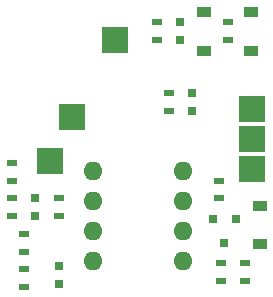
<source format=gts>
%TF.GenerationSoftware,KiCad,Pcbnew,4.0.4+e1-6308~48~ubuntu16.04.1-stable*%
%TF.CreationDate,2016-10-27T02:54:46-07:00*%
%TF.ProjectId,envelope-gen_LM358_DIP,656E76656C6F70652D67656E5F4C4D33,rev?*%
%TF.FileFunction,Soldermask,Top*%
%FSLAX46Y46*%
G04 Gerber Fmt 4.6, Leading zero omitted, Abs format (unit mm)*
G04 Created by KiCad (PCBNEW 4.0.4+e1-6308~48~ubuntu16.04.1-stable) date Thu Oct 27 02:54:46 2016*
%MOMM*%
%LPD*%
G01*
G04 APERTURE LIST*
%ADD10C,0.100000*%
%ADD11R,2.235200X2.235200*%
%ADD12O,1.600000X1.600000*%
%ADD13R,0.750000X0.800000*%
%ADD14R,1.220000X0.910000*%
%ADD15R,0.800100X0.800100*%
%ADD16R,0.900000X0.500000*%
G04 APERTURE END LIST*
D10*
D11*
X177241200Y-61620400D03*
D12*
X180880000Y-62420000D03*
X180880000Y-64960000D03*
X180880000Y-67500000D03*
X180880000Y-70040000D03*
X188500000Y-70040000D03*
X188500000Y-67500000D03*
X188500000Y-64960000D03*
X188500000Y-62420000D03*
D13*
X176000000Y-66250000D03*
X176000000Y-64750000D03*
X178000000Y-70500000D03*
X178000000Y-72000000D03*
X188275200Y-49851600D03*
X188275200Y-51351600D03*
X189275200Y-57351600D03*
X189275200Y-55851600D03*
D14*
X190275200Y-48966600D03*
X190275200Y-52236600D03*
X194275200Y-52236600D03*
X194275200Y-48966600D03*
X195000000Y-65365000D03*
X195000000Y-68635000D03*
D15*
X192950000Y-66499240D03*
X191050000Y-66499240D03*
X192000000Y-68498220D03*
D16*
X174000000Y-61750000D03*
X174000000Y-63250000D03*
X174000000Y-64750000D03*
X174000000Y-66250000D03*
X175000000Y-67750000D03*
X175000000Y-69250000D03*
X175000000Y-70750000D03*
X175000000Y-72250000D03*
X178000000Y-64750000D03*
X178000000Y-66250000D03*
X186275200Y-51351600D03*
X186275200Y-49851600D03*
X192275200Y-49851600D03*
X192275200Y-51351600D03*
X187275200Y-55851600D03*
X187275200Y-57351600D03*
X191500000Y-64750000D03*
X191500000Y-63250000D03*
X193750000Y-70250000D03*
X193750000Y-71750000D03*
X191750000Y-70250000D03*
X191750000Y-71750000D03*
D11*
X194360800Y-59690000D03*
X194360800Y-57150000D03*
X194360800Y-62230000D03*
X179100000Y-57850000D03*
X182700000Y-51300000D03*
M02*

</source>
